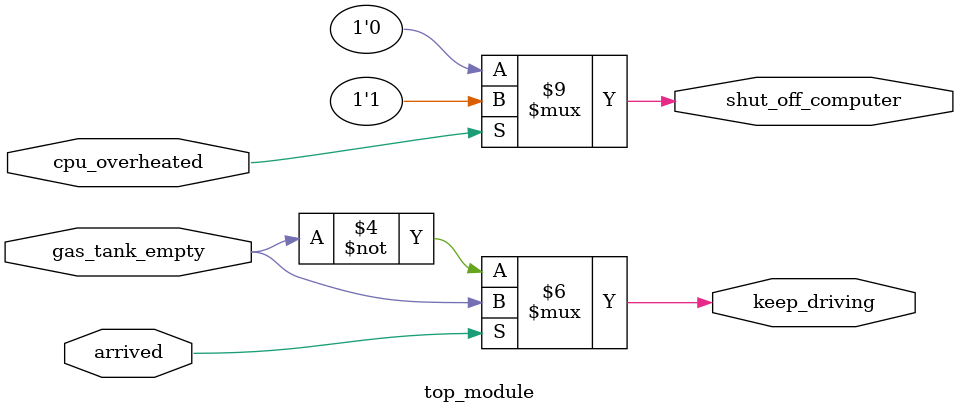
<source format=v>
module top_module (
    input  wire cpu_overheated,
    input  wire arrived,
    input  wire gas_tank_empty,
    output  reg shut_off_computer,
    output  reg keep_driving
);
    always @(*) begin
        if (cpu_overheated)
            shut_off_computer = 1'b1;
        else
            shut_off_computer = 1'b0;
    end

    always @(*) begin
        if (~arrived)
            keep_driving = ~gas_tank_empty;
        else
            keep_driving = gas_tank_empty;
    end
endmodule

</source>
